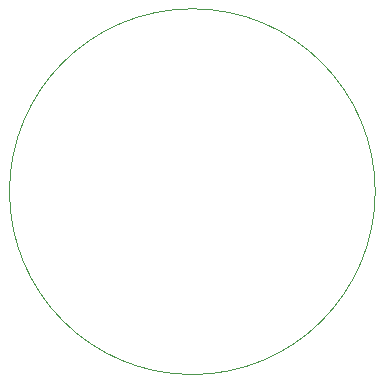
<source format=gbr>
G04 #@! TF.GenerationSoftware,KiCad,Pcbnew,(5.1.5)-3*
G04 #@! TF.CreationDate,2020-05-09T20:06:52-07:00*
G04 #@! TF.ProjectId,Rosie_SMD,526f7369-655f-4534-9d44-2e6b69636164,Version A2*
G04 #@! TF.SameCoordinates,Original*
G04 #@! TF.FileFunction,Profile,NP*
%FSLAX46Y46*%
G04 Gerber Fmt 4.6, Leading zero omitted, Abs format (unit mm)*
G04 Created by KiCad (PCBNEW (5.1.5)-3) date 2020-05-09 20:06:52*
%MOMM*%
%LPD*%
G04 APERTURE LIST*
%ADD10C,0.050000*%
G04 APERTURE END LIST*
D10*
X134101587Y-99822000D02*
G75*
G03X134101587Y-99822000I-15483587J0D01*
G01*
M02*

</source>
